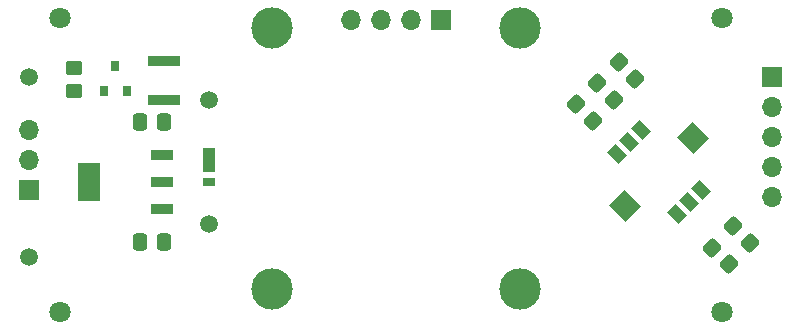
<source format=gbr>
%TF.GenerationSoftware,KiCad,Pcbnew,7.0.6*%
%TF.CreationDate,2024-01-24T15:29:16+09:00*%
%TF.ProjectId,EVO2_ICS_CARD,45564f32-5f49-4435-935f-434152442e6b,rev?*%
%TF.SameCoordinates,Original*%
%TF.FileFunction,Soldermask,Top*%
%TF.FilePolarity,Negative*%
%FSLAX46Y46*%
G04 Gerber Fmt 4.6, Leading zero omitted, Abs format (unit mm)*
G04 Created by KiCad (PCBNEW 7.0.6) date 2024-01-24 15:29:16*
%MOMM*%
%LPD*%
G01*
G04 APERTURE LIST*
G04 Aperture macros list*
%AMRoundRect*
0 Rectangle with rounded corners*
0 $1 Rounding radius*
0 $2 $3 $4 $5 $6 $7 $8 $9 X,Y pos of 4 corners*
0 Add a 4 corners polygon primitive as box body*
4,1,4,$2,$3,$4,$5,$6,$7,$8,$9,$2,$3,0*
0 Add four circle primitives for the rounded corners*
1,1,$1+$1,$2,$3*
1,1,$1+$1,$4,$5*
1,1,$1+$1,$6,$7*
1,1,$1+$1,$8,$9*
0 Add four rect primitives between the rounded corners*
20,1,$1+$1,$2,$3,$4,$5,0*
20,1,$1+$1,$4,$5,$6,$7,0*
20,1,$1+$1,$6,$7,$8,$9,0*
20,1,$1+$1,$8,$9,$2,$3,0*%
%AMRotRect*
0 Rectangle, with rotation*
0 The origin of the aperture is its center*
0 $1 length*
0 $2 width*
0 $3 Rotation angle, in degrees counterclockwise*
0 Add horizontal line*
21,1,$1,$2,0,0,$3*%
G04 Aperture macros list end*
%ADD10R,1.100000X2.000000*%
%ADD11R,1.100000X0.800000*%
%ADD12C,1.500000*%
%ADD13RoundRect,0.250000X-0.337500X-0.475000X0.337500X-0.475000X0.337500X0.475000X-0.337500X0.475000X0*%
%ADD14R,0.800000X0.900000*%
%ADD15R,1.700000X1.700000*%
%ADD16O,1.700000X1.700000*%
%ADD17C,1.800000*%
%ADD18R,1.850000X0.900000*%
%ADD19R,1.850000X3.200000*%
%ADD20RoundRect,0.250000X0.565685X0.070711X0.070711X0.565685X-0.565685X-0.070711X-0.070711X-0.565685X0*%
%ADD21RoundRect,0.250000X-0.565685X-0.070711X-0.070711X-0.565685X0.565685X0.070711X0.070711X0.565685X0*%
%ADD22R,2.810000X0.880000*%
%ADD23C,3.500000*%
%ADD24RotRect,1.000000X1.350000X45.000000*%
%ADD25RotRect,1.800000X2.000000X45.000000*%
%ADD26RoundRect,0.250000X0.450000X-0.350000X0.450000X0.350000X-0.450000X0.350000X-0.450000X-0.350000X0*%
%ADD27RoundRect,0.250000X0.337500X0.475000X-0.337500X0.475000X-0.337500X-0.475000X0.337500X-0.475000X0*%
G04 APERTURE END LIST*
D10*
%TO.C,D2*%
X37465000Y-32370000D03*
D11*
X37465000Y-34270000D03*
%TD*%
D12*
%TO.C,V33*%
X37465000Y-37846000D03*
%TD*%
D13*
%TO.C,C2*%
X31580000Y-39370000D03*
X33655000Y-39370000D03*
%TD*%
D14*
%TO.C,Q1*%
X28575000Y-26575000D03*
X30475000Y-26575000D03*
X29525000Y-24475000D03*
%TD*%
D15*
%TO.C,ICS*%
X22225000Y-34910000D03*
D16*
X22225000Y-32370000D03*
X22225000Y-29830000D03*
%TD*%
D12*
%TO.C,COM*%
X22225000Y-40640000D03*
%TD*%
%TO.C,VDD*%
X37465000Y-27305000D03*
%TD*%
D17*
%TO.C,REF\u002A\u002A*%
X80860000Y-20410000D03*
%TD*%
D18*
%TO.C,IC1*%
X33505000Y-36590000D03*
X33505000Y-34290000D03*
X33505000Y-31990000D03*
D19*
X27305000Y-34290000D03*
%TD*%
D20*
%TO.C,R9*%
X81461055Y-41238159D03*
X80046841Y-39823945D03*
%TD*%
D21*
%TO.C,R5*%
X68544735Y-27686837D03*
X69958949Y-29101051D03*
%TD*%
D17*
%TO.C,REF\u002A\u002A*%
X80860000Y-45310000D03*
%TD*%
D15*
%TO.C,SWD*%
X85090000Y-25400000D03*
D16*
X85090000Y-27940000D03*
X85090000Y-30480000D03*
X85090000Y-33020000D03*
X85090000Y-35560000D03*
%TD*%
D22*
%TO.C,F1*%
X33655000Y-24035000D03*
X33655000Y-27305000D03*
%TD*%
D21*
%TO.C,R8*%
X72136837Y-24094735D03*
X73551051Y-25508949D03*
%TD*%
D17*
%TO.C,REF\u002A\u002A*%
X24860000Y-45310000D03*
%TD*%
D21*
%TO.C,R7*%
X70340786Y-25890786D03*
X71755000Y-27305000D03*
%TD*%
D23*
%TO.C,DISP*%
X63754000Y-21244000D03*
X42754000Y-21244000D03*
X63754000Y-43304000D03*
X42754000Y-43304000D03*
D16*
X49444000Y-20574000D03*
X51984000Y-20574000D03*
X54524000Y-20574000D03*
D15*
X57064000Y-20574000D03*
%TD*%
D24*
%TO.C,S1*%
X74044720Y-29879466D03*
X73037093Y-30887093D03*
X72029466Y-31894720D03*
X79100534Y-34935280D03*
X78092907Y-35942907D03*
X77085280Y-36950534D03*
D25*
X72701218Y-36278782D03*
X78428782Y-30551218D03*
%TD*%
D20*
%TO.C,R10*%
X83257107Y-39442107D03*
X81842893Y-38027893D03*
%TD*%
D17*
%TO.C,REF\u002A\u002A*%
X24860000Y-20410000D03*
%TD*%
D26*
%TO.C,R1*%
X26035000Y-26575000D03*
X26035000Y-24575000D03*
%TD*%
D27*
%TO.C,C1*%
X33655000Y-29210000D03*
X31580000Y-29210000D03*
%TD*%
D12*
%TO.C,GND*%
X22225000Y-25400000D03*
%TD*%
M02*

</source>
